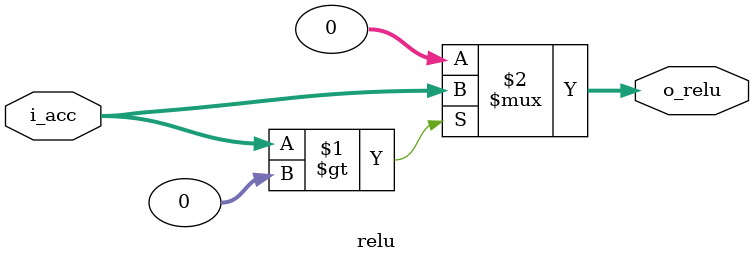
<source format=v>
`timescale 1ns / 1ps

module relu (
    input       wire        signed      [31 : 0]        i_acc,
    output      wire                    [31 : 0]        o_relu
);

assign o_relu     =       (i_acc > 0) ? i_acc : 0;
    
endmodule

</source>
